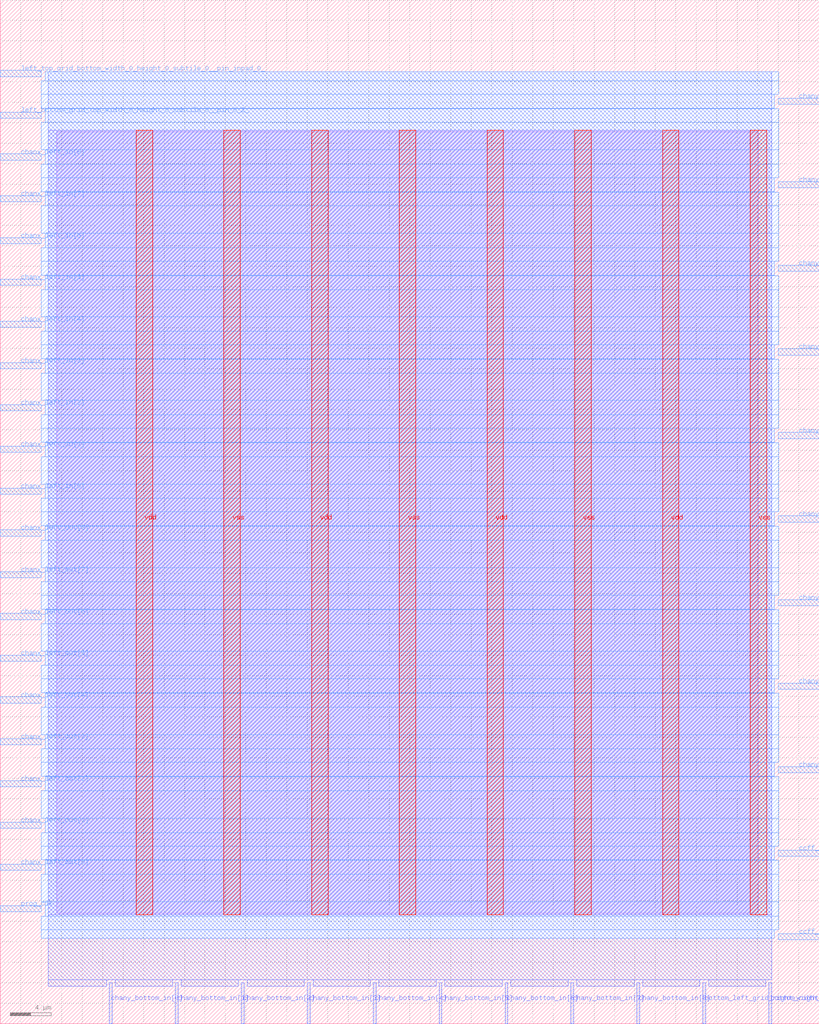
<source format=lef>
VERSION 5.7 ;
  NOWIREEXTENSIONATPIN ON ;
  DIVIDERCHAR "/" ;
  BUSBITCHARS "[]" ;
MACRO sb_8__10_
  CLASS BLOCK ;
  FOREIGN sb_8__10_ ;
  ORIGIN 0.000 0.000 ;
  SIZE 80.000 BY 100.000 ;
  PIN bottom_left_grid_right_width_0_height_0_subtile_0__pin_O_3_
    DIRECTION INPUT ;
    USE SIGNAL ;
    ANTENNAGATEAREA 0.196500 ;
    PORT
      LAYER met2 ;
        RECT 68.630 0.000 68.910 4.000 ;
    END
  END bottom_left_grid_right_width_0_height_0_subtile_0__pin_O_3_
  PIN bottom_right_grid_left_width_0_height_0_subtile_0__pin_inpad_0_
    DIRECTION INPUT ;
    USE SIGNAL ;
    ANTENNAGATEAREA 0.196500 ;
    PORT
      LAYER met2 ;
        RECT 75.070 0.000 75.350 4.000 ;
    END
  END bottom_right_grid_left_width_0_height_0_subtile_0__pin_inpad_0_
  PIN ccff_head
    DIRECTION INPUT ;
    USE SIGNAL ;
    ANTENNAGATEAREA 0.196500 ;
    PORT
      LAYER met3 ;
        RECT 76.000 8.200 80.000 8.800 ;
    END
  END ccff_head
  PIN ccff_tail
    DIRECTION OUTPUT TRISTATE ;
    USE SIGNAL ;
    ANTENNADIFFAREA 0.445500 ;
    PORT
      LAYER met3 ;
        RECT 76.000 16.360 80.000 16.960 ;
    END
  END ccff_tail
  PIN chanx_left_in[0]
    DIRECTION INPUT ;
    USE SIGNAL ;
    ANTENNAGATEAREA 0.196500 ;
    PORT
      LAYER met3 ;
        RECT 0.000 51.720 4.000 52.320 ;
    END
  END chanx_left_in[0]
  PIN chanx_left_in[1]
    DIRECTION INPUT ;
    USE SIGNAL ;
    ANTENNAGATEAREA 0.196500 ;
    PORT
      LAYER met3 ;
        RECT 0.000 55.800 4.000 56.400 ;
    END
  END chanx_left_in[1]
  PIN chanx_left_in[2]
    DIRECTION INPUT ;
    USE SIGNAL ;
    ANTENNAGATEAREA 0.196500 ;
    PORT
      LAYER met3 ;
        RECT 0.000 59.880 4.000 60.480 ;
    END
  END chanx_left_in[2]
  PIN chanx_left_in[3]
    DIRECTION INPUT ;
    USE SIGNAL ;
    ANTENNAGATEAREA 0.196500 ;
    PORT
      LAYER met3 ;
        RECT 0.000 63.960 4.000 64.560 ;
    END
  END chanx_left_in[3]
  PIN chanx_left_in[4]
    DIRECTION INPUT ;
    USE SIGNAL ;
    ANTENNAGATEAREA 0.196500 ;
    PORT
      LAYER met3 ;
        RECT 0.000 68.040 4.000 68.640 ;
    END
  END chanx_left_in[4]
  PIN chanx_left_in[5]
    DIRECTION INPUT ;
    USE SIGNAL ;
    ANTENNAGATEAREA 0.196500 ;
    PORT
      LAYER met3 ;
        RECT 0.000 72.120 4.000 72.720 ;
    END
  END chanx_left_in[5]
  PIN chanx_left_in[6]
    DIRECTION INPUT ;
    USE SIGNAL ;
    ANTENNAGATEAREA 0.196500 ;
    PORT
      LAYER met3 ;
        RECT 0.000 76.200 4.000 76.800 ;
    END
  END chanx_left_in[6]
  PIN chanx_left_in[7]
    DIRECTION INPUT ;
    USE SIGNAL ;
    ANTENNAGATEAREA 0.196500 ;
    PORT
      LAYER met3 ;
        RECT 0.000 80.280 4.000 80.880 ;
    END
  END chanx_left_in[7]
  PIN chanx_left_in[8]
    DIRECTION INPUT ;
    USE SIGNAL ;
    ANTENNAGATEAREA 0.196500 ;
    PORT
      LAYER met3 ;
        RECT 0.000 84.360 4.000 84.960 ;
    END
  END chanx_left_in[8]
  PIN chanx_left_out[0]
    DIRECTION OUTPUT TRISTATE ;
    USE SIGNAL ;
    ANTENNADIFFAREA 0.795200 ;
    PORT
      LAYER met3 ;
        RECT 0.000 15.000 4.000 15.600 ;
    END
  END chanx_left_out[0]
  PIN chanx_left_out[1]
    DIRECTION OUTPUT TRISTATE ;
    USE SIGNAL ;
    ANTENNADIFFAREA 0.795200 ;
    PORT
      LAYER met3 ;
        RECT 0.000 19.080 4.000 19.680 ;
    END
  END chanx_left_out[1]
  PIN chanx_left_out[2]
    DIRECTION OUTPUT TRISTATE ;
    USE SIGNAL ;
    ANTENNADIFFAREA 0.795200 ;
    PORT
      LAYER met3 ;
        RECT 0.000 23.160 4.000 23.760 ;
    END
  END chanx_left_out[2]
  PIN chanx_left_out[3]
    DIRECTION OUTPUT TRISTATE ;
    USE SIGNAL ;
    ANTENNADIFFAREA 0.795200 ;
    PORT
      LAYER met3 ;
        RECT 0.000 27.240 4.000 27.840 ;
    END
  END chanx_left_out[3]
  PIN chanx_left_out[4]
    DIRECTION OUTPUT TRISTATE ;
    USE SIGNAL ;
    ANTENNADIFFAREA 0.795200 ;
    PORT
      LAYER met3 ;
        RECT 0.000 31.320 4.000 31.920 ;
    END
  END chanx_left_out[4]
  PIN chanx_left_out[5]
    DIRECTION OUTPUT TRISTATE ;
    USE SIGNAL ;
    ANTENNADIFFAREA 0.795200 ;
    PORT
      LAYER met3 ;
        RECT 0.000 35.400 4.000 36.000 ;
    END
  END chanx_left_out[5]
  PIN chanx_left_out[6]
    DIRECTION OUTPUT TRISTATE ;
    USE SIGNAL ;
    ANTENNADIFFAREA 0.795200 ;
    PORT
      LAYER met3 ;
        RECT 0.000 39.480 4.000 40.080 ;
    END
  END chanx_left_out[6]
  PIN chanx_left_out[7]
    DIRECTION OUTPUT TRISTATE ;
    USE SIGNAL ;
    ANTENNADIFFAREA 0.795200 ;
    PORT
      LAYER met3 ;
        RECT 0.000 43.560 4.000 44.160 ;
    END
  END chanx_left_out[7]
  PIN chanx_left_out[8]
    DIRECTION OUTPUT TRISTATE ;
    USE SIGNAL ;
    ANTENNADIFFAREA 0.795200 ;
    PORT
      LAYER met3 ;
        RECT 0.000 47.640 4.000 48.240 ;
    END
  END chanx_left_out[8]
  PIN chany_bottom_in[0]
    DIRECTION INPUT ;
    USE SIGNAL ;
    ANTENNAGATEAREA 0.196500 ;
    PORT
      LAYER met2 ;
        RECT 10.670 0.000 10.950 4.000 ;
    END
  END chany_bottom_in[0]
  PIN chany_bottom_in[1]
    DIRECTION INPUT ;
    USE SIGNAL ;
    ANTENNAGATEAREA 0.196500 ;
    PORT
      LAYER met2 ;
        RECT 17.110 0.000 17.390 4.000 ;
    END
  END chany_bottom_in[1]
  PIN chany_bottom_in[2]
    DIRECTION INPUT ;
    USE SIGNAL ;
    ANTENNAGATEAREA 0.196500 ;
    PORT
      LAYER met2 ;
        RECT 23.550 0.000 23.830 4.000 ;
    END
  END chany_bottom_in[2]
  PIN chany_bottom_in[3]
    DIRECTION INPUT ;
    USE SIGNAL ;
    ANTENNAGATEAREA 0.196500 ;
    PORT
      LAYER met2 ;
        RECT 29.990 0.000 30.270 4.000 ;
    END
  END chany_bottom_in[3]
  PIN chany_bottom_in[4]
    DIRECTION INPUT ;
    USE SIGNAL ;
    ANTENNAGATEAREA 0.196500 ;
    PORT
      LAYER met2 ;
        RECT 36.430 0.000 36.710 4.000 ;
    END
  END chany_bottom_in[4]
  PIN chany_bottom_in[5]
    DIRECTION INPUT ;
    USE SIGNAL ;
    ANTENNAGATEAREA 0.196500 ;
    PORT
      LAYER met2 ;
        RECT 42.870 0.000 43.150 4.000 ;
    END
  END chany_bottom_in[5]
  PIN chany_bottom_in[6]
    DIRECTION INPUT ;
    USE SIGNAL ;
    ANTENNAGATEAREA 0.196500 ;
    PORT
      LAYER met2 ;
        RECT 49.310 0.000 49.590 4.000 ;
    END
  END chany_bottom_in[6]
  PIN chany_bottom_in[7]
    DIRECTION INPUT ;
    USE SIGNAL ;
    ANTENNAGATEAREA 0.196500 ;
    PORT
      LAYER met2 ;
        RECT 55.750 0.000 56.030 4.000 ;
    END
  END chany_bottom_in[7]
  PIN chany_bottom_in[8]
    DIRECTION INPUT ;
    USE SIGNAL ;
    ANTENNAGATEAREA 0.196500 ;
    PORT
      LAYER met2 ;
        RECT 62.190 0.000 62.470 4.000 ;
    END
  END chany_bottom_in[8]
  PIN chany_bottom_out[0]
    DIRECTION OUTPUT TRISTATE ;
    USE SIGNAL ;
    ANTENNADIFFAREA 0.445500 ;
    PORT
      LAYER met3 ;
        RECT 76.000 24.520 80.000 25.120 ;
    END
  END chany_bottom_out[0]
  PIN chany_bottom_out[1]
    DIRECTION OUTPUT TRISTATE ;
    USE SIGNAL ;
    ANTENNADIFFAREA 0.445500 ;
    PORT
      LAYER met3 ;
        RECT 76.000 32.680 80.000 33.280 ;
    END
  END chany_bottom_out[1]
  PIN chany_bottom_out[2]
    DIRECTION OUTPUT TRISTATE ;
    USE SIGNAL ;
    ANTENNADIFFAREA 0.795200 ;
    PORT
      LAYER met3 ;
        RECT 76.000 40.840 80.000 41.440 ;
    END
  END chany_bottom_out[2]
  PIN chany_bottom_out[3]
    DIRECTION OUTPUT TRISTATE ;
    USE SIGNAL ;
    ANTENNADIFFAREA 0.445500 ;
    PORT
      LAYER met3 ;
        RECT 76.000 49.000 80.000 49.600 ;
    END
  END chany_bottom_out[3]
  PIN chany_bottom_out[4]
    DIRECTION OUTPUT TRISTATE ;
    USE SIGNAL ;
    ANTENNADIFFAREA 0.445500 ;
    PORT
      LAYER met3 ;
        RECT 76.000 57.160 80.000 57.760 ;
    END
  END chany_bottom_out[4]
  PIN chany_bottom_out[5]
    DIRECTION OUTPUT TRISTATE ;
    USE SIGNAL ;
    ANTENNADIFFAREA 0.445500 ;
    PORT
      LAYER met3 ;
        RECT 76.000 65.320 80.000 65.920 ;
    END
  END chany_bottom_out[5]
  PIN chany_bottom_out[6]
    DIRECTION OUTPUT TRISTATE ;
    USE SIGNAL ;
    ANTENNADIFFAREA 0.445500 ;
    PORT
      LAYER met3 ;
        RECT 76.000 73.480 80.000 74.080 ;
    END
  END chany_bottom_out[6]
  PIN chany_bottom_out[7]
    DIRECTION OUTPUT TRISTATE ;
    USE SIGNAL ;
    ANTENNADIFFAREA 0.445500 ;
    PORT
      LAYER met3 ;
        RECT 76.000 81.640 80.000 82.240 ;
    END
  END chany_bottom_out[7]
  PIN chany_bottom_out[8]
    DIRECTION OUTPUT TRISTATE ;
    USE SIGNAL ;
    ANTENNADIFFAREA 0.795200 ;
    PORT
      LAYER met3 ;
        RECT 76.000 89.800 80.000 90.400 ;
    END
  END chany_bottom_out[8]
  PIN left_bottom_grid_top_width_0_height_0_subtile_0__pin_O_2_
    DIRECTION INPUT ;
    USE SIGNAL ;
    ANTENNAGATEAREA 0.196500 ;
    PORT
      LAYER met3 ;
        RECT 0.000 88.440 4.000 89.040 ;
    END
  END left_bottom_grid_top_width_0_height_0_subtile_0__pin_O_2_
  PIN left_top_grid_bottom_width_0_height_0_subtile_0__pin_inpad_0_
    DIRECTION INPUT ;
    USE SIGNAL ;
    ANTENNAGATEAREA 0.196500 ;
    PORT
      LAYER met3 ;
        RECT 0.000 92.520 4.000 93.120 ;
    END
  END left_top_grid_bottom_width_0_height_0_subtile_0__pin_inpad_0_
  PIN prog_clk
    DIRECTION INPUT ;
    USE SIGNAL ;
    ANTENNAGATEAREA 0.852000 ;
    PORT
      LAYER met3 ;
        RECT 0.000 10.920 4.000 11.520 ;
    END
  END prog_clk
  PIN vdd
    DIRECTION INOUT ;
    USE POWER ;
    PORT
      LAYER met4 ;
        RECT 13.285 10.640 14.885 87.280 ;
    END
    PORT
      LAYER met4 ;
        RECT 30.420 10.640 32.020 87.280 ;
    END
    PORT
      LAYER met4 ;
        RECT 47.555 10.640 49.155 87.280 ;
    END
    PORT
      LAYER met4 ;
        RECT 64.690 10.640 66.290 87.280 ;
    END
  END vdd
  PIN vss
    DIRECTION INOUT ;
    USE GROUND ;
    PORT
      LAYER met4 ;
        RECT 21.850 10.640 23.450 87.280 ;
    END
    PORT
      LAYER met4 ;
        RECT 38.985 10.640 40.585 87.280 ;
    END
    PORT
      LAYER met4 ;
        RECT 56.120 10.640 57.720 87.280 ;
    END
    PORT
      LAYER met4 ;
        RECT 73.255 10.640 74.855 87.280 ;
    END
  END vss
  OBS
      LAYER li1 ;
        RECT 5.520 10.795 74.060 87.125 ;
      LAYER met1 ;
        RECT 4.670 10.640 75.370 87.280 ;
      LAYER met2 ;
        RECT 4.690 4.280 75.340 93.005 ;
        RECT 4.690 3.670 10.390 4.280 ;
        RECT 11.230 3.670 16.830 4.280 ;
        RECT 17.670 3.670 23.270 4.280 ;
        RECT 24.110 3.670 29.710 4.280 ;
        RECT 30.550 3.670 36.150 4.280 ;
        RECT 36.990 3.670 42.590 4.280 ;
        RECT 43.430 3.670 49.030 4.280 ;
        RECT 49.870 3.670 55.470 4.280 ;
        RECT 56.310 3.670 61.910 4.280 ;
        RECT 62.750 3.670 68.350 4.280 ;
        RECT 69.190 3.670 74.790 4.280 ;
      LAYER met3 ;
        RECT 4.400 92.120 76.050 92.985 ;
        RECT 3.990 90.800 76.050 92.120 ;
        RECT 3.990 89.440 75.600 90.800 ;
        RECT 4.400 89.400 75.600 89.440 ;
        RECT 4.400 88.040 76.050 89.400 ;
        RECT 3.990 85.360 76.050 88.040 ;
        RECT 4.400 83.960 76.050 85.360 ;
        RECT 3.990 82.640 76.050 83.960 ;
        RECT 3.990 81.280 75.600 82.640 ;
        RECT 4.400 81.240 75.600 81.280 ;
        RECT 4.400 79.880 76.050 81.240 ;
        RECT 3.990 77.200 76.050 79.880 ;
        RECT 4.400 75.800 76.050 77.200 ;
        RECT 3.990 74.480 76.050 75.800 ;
        RECT 3.990 73.120 75.600 74.480 ;
        RECT 4.400 73.080 75.600 73.120 ;
        RECT 4.400 71.720 76.050 73.080 ;
        RECT 3.990 69.040 76.050 71.720 ;
        RECT 4.400 67.640 76.050 69.040 ;
        RECT 3.990 66.320 76.050 67.640 ;
        RECT 3.990 64.960 75.600 66.320 ;
        RECT 4.400 64.920 75.600 64.960 ;
        RECT 4.400 63.560 76.050 64.920 ;
        RECT 3.990 60.880 76.050 63.560 ;
        RECT 4.400 59.480 76.050 60.880 ;
        RECT 3.990 58.160 76.050 59.480 ;
        RECT 3.990 56.800 75.600 58.160 ;
        RECT 4.400 56.760 75.600 56.800 ;
        RECT 4.400 55.400 76.050 56.760 ;
        RECT 3.990 52.720 76.050 55.400 ;
        RECT 4.400 51.320 76.050 52.720 ;
        RECT 3.990 50.000 76.050 51.320 ;
        RECT 3.990 48.640 75.600 50.000 ;
        RECT 4.400 48.600 75.600 48.640 ;
        RECT 4.400 47.240 76.050 48.600 ;
        RECT 3.990 44.560 76.050 47.240 ;
        RECT 4.400 43.160 76.050 44.560 ;
        RECT 3.990 41.840 76.050 43.160 ;
        RECT 3.990 40.480 75.600 41.840 ;
        RECT 4.400 40.440 75.600 40.480 ;
        RECT 4.400 39.080 76.050 40.440 ;
        RECT 3.990 36.400 76.050 39.080 ;
        RECT 4.400 35.000 76.050 36.400 ;
        RECT 3.990 33.680 76.050 35.000 ;
        RECT 3.990 32.320 75.600 33.680 ;
        RECT 4.400 32.280 75.600 32.320 ;
        RECT 4.400 30.920 76.050 32.280 ;
        RECT 3.990 28.240 76.050 30.920 ;
        RECT 4.400 26.840 76.050 28.240 ;
        RECT 3.990 25.520 76.050 26.840 ;
        RECT 3.990 24.160 75.600 25.520 ;
        RECT 4.400 24.120 75.600 24.160 ;
        RECT 4.400 22.760 76.050 24.120 ;
        RECT 3.990 20.080 76.050 22.760 ;
        RECT 4.400 18.680 76.050 20.080 ;
        RECT 3.990 17.360 76.050 18.680 ;
        RECT 3.990 16.000 75.600 17.360 ;
        RECT 4.400 15.960 75.600 16.000 ;
        RECT 4.400 14.600 76.050 15.960 ;
        RECT 3.990 11.920 76.050 14.600 ;
        RECT 4.400 10.520 76.050 11.920 ;
        RECT 3.990 9.200 76.050 10.520 ;
        RECT 3.990 8.335 75.600 9.200 ;
  END
END sb_8__10_
END LIBRARY


</source>
